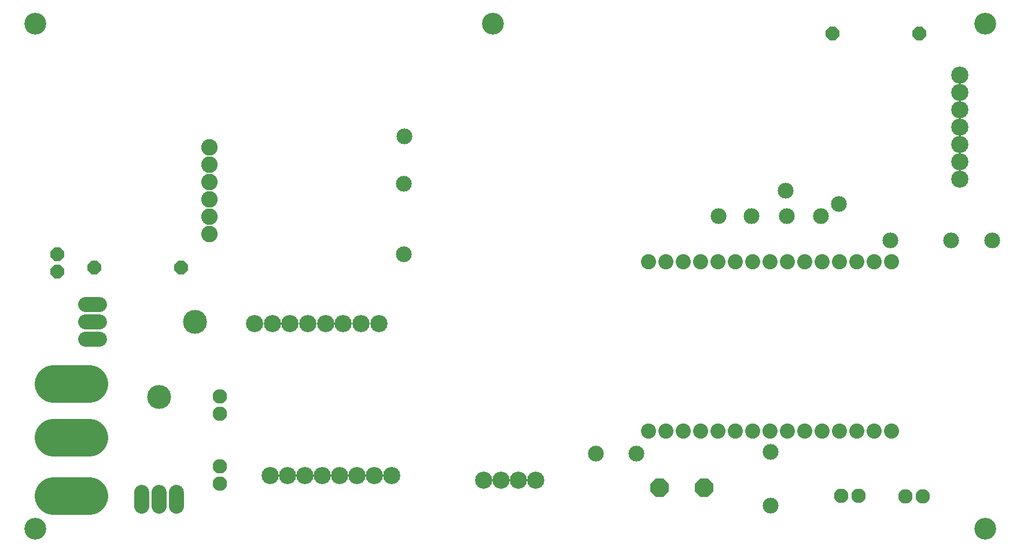
<source format=gbr>
G04 EAGLE Gerber RS-274X export*
G75*
%MOMM*%
%FSLAX34Y34*%
%LPD*%
%INSoldermask Top*%
%IPPOS*%
%AMOC8*
5,1,8,0,0,1.08239X$1,22.5*%
G01*
%ADD10C,3.203200*%
%ADD11C,2.519200*%
%ADD12C,2.119200*%
%ADD13C,2.419200*%
%ADD14C,2.219200*%
%ADD15C,2.235200*%
%ADD16C,3.505200*%
%ADD17P,2.199416X8X112.500000*%
%ADD18P,2.199416X8X202.500000*%
%ADD19C,5.527200*%
%ADD20P,2.199416X8X22.500000*%
%ADD21P,2.969212X8X22.500000*%
%ADD22C,2.320800*%


D10*
X1419856Y769772D03*
X1419856Y29772D03*
X29856Y29772D03*
X29856Y769772D03*
X699856Y769772D03*
D11*
X424224Y107872D03*
X398824Y107872D03*
X449624Y107872D03*
X475024Y107872D03*
X500424Y107872D03*
X525824Y107872D03*
X551224Y107872D03*
X373424Y107872D03*
X1382886Y618592D03*
X1382886Y593192D03*
X1382886Y567792D03*
X1382886Y542392D03*
X1382886Y643992D03*
X1382886Y669392D03*
X1382886Y694792D03*
X762156Y101372D03*
X736756Y101372D03*
X711356Y101372D03*
X685956Y101372D03*
D12*
X299952Y198598D03*
X299952Y223998D03*
X1234556Y77972D03*
X1209156Y77972D03*
X1328556Y77572D03*
X1303156Y77572D03*
X299952Y96072D03*
X299952Y121472D03*
D13*
X284336Y588440D03*
X284336Y563040D03*
X284336Y537640D03*
X284336Y512240D03*
X284336Y486840D03*
X284336Y461440D03*
D11*
X350639Y330997D03*
X376639Y330997D03*
X402639Y330997D03*
X428639Y330997D03*
X454639Y330997D03*
X480639Y330997D03*
X506639Y330997D03*
X532639Y330997D03*
D14*
X1282656Y421072D03*
X1257256Y421072D03*
X1231856Y421072D03*
X1206456Y421072D03*
X1181056Y421072D03*
X1155656Y421072D03*
X1130256Y421072D03*
X1104856Y421072D03*
X1079456Y421072D03*
X1054056Y421072D03*
X1028656Y421072D03*
X1003256Y421072D03*
X977856Y421072D03*
X952456Y421072D03*
X927056Y421072D03*
X1282656Y173372D03*
X1257256Y173372D03*
X1231856Y173372D03*
X1206456Y173372D03*
X1181056Y173372D03*
X1155656Y173372D03*
X1130256Y173372D03*
X1104856Y173372D03*
X1079456Y173372D03*
X1054056Y173372D03*
X1028656Y173372D03*
X1003256Y173372D03*
X977856Y173372D03*
X952456Y173372D03*
X927056Y173372D03*
D15*
X185838Y83594D02*
X185838Y63274D01*
X211238Y63274D02*
X211238Y83594D01*
X236638Y83594D02*
X236638Y63274D01*
D16*
X211238Y223294D03*
D17*
X61856Y407072D03*
X61856Y432472D03*
D18*
X243356Y412726D03*
X116356Y412726D03*
D19*
X108856Y78332D02*
X55616Y78332D01*
X55616Y163422D02*
X108856Y163422D01*
X108856Y242162D02*
X55616Y242162D01*
D20*
X1196356Y755772D03*
X1323356Y755772D03*
D21*
X943344Y89772D03*
X1008368Y89772D03*
D15*
X124108Y358126D02*
X103788Y358126D01*
X103788Y332726D02*
X124108Y332726D01*
X124108Y307326D02*
X103788Y307326D01*
D16*
X263808Y332726D03*
D22*
X909856Y139772D03*
X849856Y139772D03*
X568856Y432438D03*
X569094Y535200D03*
X569856Y605294D03*
X1369856Y452772D03*
X1280856Y452772D03*
X1429856Y452772D03*
X1179856Y487772D03*
X1129856Y487772D03*
X1127760Y525018D03*
X1205484Y505968D03*
X1029856Y487772D03*
X1077856Y487772D03*
X1105856Y63772D03*
X1105856Y142534D03*
M02*

</source>
